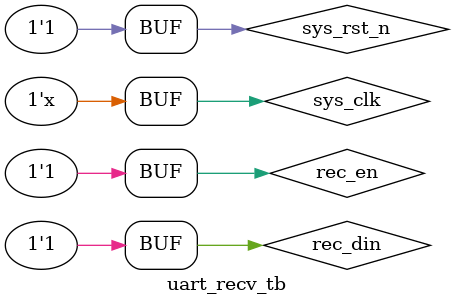
<source format=v>
`timescale 1ns/1ps

module uart_recv_tb();

    reg            sys_clk;
    reg            sys_rst_n;
    reg            rec_en;
    reg            rec_din;

    wire [7:0] rec_dout;
    wire       rec_busy;


    uart_recv my_recv(
        .sys_clk(sys_clk),
        .sys_rst_n(sys_rst_n),
        .rec_en(rec_en),
        .rec_din(rec_din),

        .rec_dout(rec_dout),
        .rec_busy(rec_busy)
    );

    always #20 sys_clk = ~sys_clk;//50MHZ

    initial begin
        sys_clk = 1'b0;
        sys_rst_n = 1'b0;
        rec_en = 1'b0;
        #5 sys_rst_n = 1;

        rec_din = 1'b1;
        #15404 rec_din = 1'b0;
                rec_en = 1'b1;
        #50000 rec_din = 1'b1;
        #15404 rec_din = 1'b0;
        #15404 rec_din = 1'b0;
        #15404 rec_din = 1'b1;
        #15404 rec_din = 1'b1;
        #15404 rec_din = 1'b1;
        #15404 rec_din = 1'b1;
        #15404 rec_din = 1'b0;
        #15404 rec_din = 1'b0;
        #15404 rec_din = 1'b1;
        #15404 rec_din = 1'b0;
        #15404 rec_din = 1'b1;
    end



endmodule


</source>
